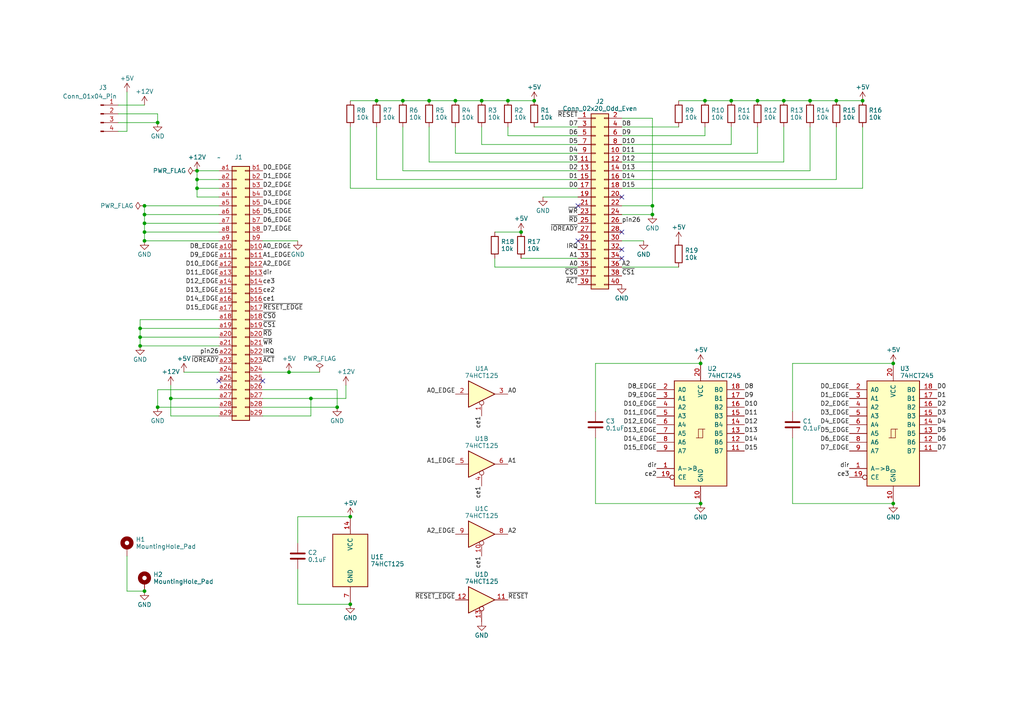
<source format=kicad_sch>
(kicad_sch (version 20230121) (generator eeschema)
  (paper "A4")
  (lib_symbols
    (symbol "74xx:74LS125" (pin_names (offset 1.016))
      (property "Reference" "U" (at 0 1.27 0))
      (property "Value" "74LS125" (at 0 -1.27 0))
      (symbol "74LS125_1_0"
        (polyline (pts (xy -3.81 3.81) (xy -3.81 -3.81) (xy 3.81 0) (xy -3.81 3.81)) (stroke (width 0.254)) (fill (type background)))
        (pin input inverted (at 0 -6.35 90) (length 4.445) (name "~") (number "1"))
        (pin input line (at -7.62 0 0) (length 3.81) (name "~") (number "2"))
        (pin tri_state line (at 7.62 0 180) (length 3.81) (name "~") (number "3"))
      )
      (symbol "74LS125_2_0"
        (polyline (pts (xy -3.81 3.81) (xy -3.81 -3.81) (xy 3.81 0) (xy -3.81 3.81)) (stroke (width 0.254)) (fill (type background)))
        (pin input inverted (at 0 -6.35 90) (length 4.445) (name "~") (number "4"))
        (pin input line (at -7.62 0 0) (length 3.81) (name "~") (number "5"))
        (pin tri_state line (at 7.62 0 180) (length 3.81) (name "~") (number "6"))
      )
      (symbol "74LS125_3_0"
        (polyline (pts (xy -3.81 3.81) (xy -3.81 -3.81) (xy 3.81 0) (xy -3.81 3.81)) (stroke (width 0.254)) (fill (type background)))
        (pin input inverted (at 0 -6.35 90) (length 4.445) (name "~") (number "10"))
        (pin tri_state line (at 7.62 0 180) (length 3.81) (name "~") (number "8"))
        (pin input line (at -7.62 0 0) (length 3.81) (name "~") (number "9"))
      )
      (symbol "74LS125_4_0"
        (polyline (pts (xy -3.81 3.81) (xy -3.81 -3.81) (xy 3.81 0) (xy -3.81 3.81)) (stroke (width 0.254)) (fill (type background)))
        (pin tri_state line (at 7.62 0 180) (length 3.81) (name "~") (number "11"))
        (pin input line (at -7.62 0 0) (length 3.81) (name "~") (number "12"))
        (pin input inverted (at 0 -6.35 90) (length 4.445) (name "~") (number "13"))
      )
      (symbol "74LS125_5_0"
        (pin power_in line (at 0 12.7 270) (length 5.08) (name "VCC") (number "14"))
        (pin power_in line (at 0 -12.7 90) (length 5.08) (name "GND") (number "7"))
      )
      (symbol "74LS125_5_1"
        (rectangle (start -5.08 7.62) (end 5.08 -7.62) (stroke (width 0.254)) (fill (type background)))
      )
    )
    (symbol "74xx:74LS245" (pin_names (offset 1.016))
      (property "Reference" "U" (at -7.62 16.51 0))
      (property "Value" "74LS245" (at -7.62 -16.51 0))
      (symbol "74LS245_1_0"
        (polyline (pts (xy -0.635 -1.27) (xy -0.635 1.27) (xy 0.635 1.27)))
        (polyline (pts (xy -1.27 -1.27) (xy 0.635 -1.27) (xy 0.635 1.27) (xy 1.27 1.27)))
        (pin input line (at -12.7 -10.16 0) (length 5.08) (name "A->B") (number "1"))
        (pin power_in line (at 0 -20.32 90) (length 5.08) (name "GND") (number "10"))
        (pin tri_state line (at 12.7 -5.08 180) (length 5.08) (name "B7") (number "11"))
        (pin tri_state line (at 12.7 -2.54 180) (length 5.08) (name "B6") (number "12"))
        (pin tri_state line (at 12.7 0 180) (length 5.08) (name "B5") (number "13"))
        (pin tri_state line (at 12.7 2.54 180) (length 5.08) (name "B4") (number "14"))
        (pin tri_state line (at 12.7 5.08 180) (length 5.08) (name "B3") (number "15"))
        (pin tri_state line (at 12.7 7.62 180) (length 5.08) (name "B2") (number "16"))
        (pin tri_state line (at 12.7 10.16 180) (length 5.08) (name "B1") (number "17"))
        (pin tri_state line (at 12.7 12.7 180) (length 5.08) (name "B0") (number "18"))
        (pin input inverted (at -12.7 -12.7 0) (length 5.08) (name "CE") (number "19"))
        (pin tri_state line (at -12.7 12.7 0) (length 5.08) (name "A0") (number "2"))
        (pin power_in line (at 0 20.32 270) (length 5.08) (name "VCC") (number "20"))
        (pin tri_state line (at -12.7 10.16 0) (length 5.08) (name "A1") (number "3"))
        (pin tri_state line (at -12.7 7.62 0) (length 5.08) (name "A2") (number "4"))
        (pin tri_state line (at -12.7 5.08 0) (length 5.08) (name "A3") (number "5"))
        (pin tri_state line (at -12.7 2.54 0) (length 5.08) (name "A4") (number "6"))
        (pin tri_state line (at -12.7 0 0) (length 5.08) (name "A5") (number "7"))
        (pin tri_state line (at -12.7 -2.54 0) (length 5.08) (name "A6") (number "8"))
        (pin tri_state line (at -12.7 -5.08 0) (length 5.08) (name "A7") (number "9"))
      )
      (symbol "74LS245_1_1"
        (rectangle (start -7.62 15.24) (end 7.62 -15.24) (stroke (width 0.254)) (fill (type background)))
      )
    )
    (symbol "Connector:Conn_01x04_Pin" (pin_names (offset 1.016) hide)
      (property "Reference" "J" (at 0 5.08 0))
      (property "Value" "Conn_01x04_Pin" (at 0 -7.62 0))
      (symbol "Conn_01x04_Pin_1_1"
        (polyline (pts (xy 1.27 -5.08) (xy 0.8636 -5.08)) (stroke (width 0.1524)))
        (polyline (pts (xy 1.27 -2.54) (xy 0.8636 -2.54)) (stroke (width 0.1524)))
        (polyline (pts (xy 1.27 0) (xy 0.8636 0)) (stroke (width 0.1524)))
        (polyline (pts (xy 1.27 2.54) (xy 0.8636 2.54)) (stroke (width 0.1524)))
        (rectangle (start 0.8636 -4.953) (end 0 -5.207) (stroke (width 0.1524)) (fill (type outline)))
        (rectangle (start 0.8636 -2.413) (end 0 -2.667) (stroke (width 0.1524)) (fill (type outline)))
        (rectangle (start 0.8636 0.127) (end 0 -0.127) (stroke (width 0.1524)) (fill (type outline)))
        (rectangle (start 0.8636 2.667) (end 0 2.413) (stroke (width 0.1524)) (fill (type outline)))
        (pin passive line (at 5.08 2.54 180) (length 3.81) (name "Pin_1") (number "1"))
        (pin passive line (at 5.08 0 180) (length 3.81) (name "Pin_2") (number "2"))
        (pin passive line (at 5.08 -2.54 180) (length 3.81) (name "Pin_3") (number "3"))
        (pin passive line (at 5.08 -5.08 180) (length 3.81) (name "Pin_4") (number "4"))
      )
    )
    (symbol "Connector_Generic:Conn_02x20_Odd_Even" (pin_names (offset 1.016) hide)
      (property "Reference" "J" (at 1.27 25.4 0))
      (property "Value" "Conn_02x20_Odd_Even" (at 1.27 -27.94 0))
      (symbol "Conn_02x20_Odd_Even_1_1"
        (rectangle (start -1.27 -25.273) (end 0 -25.527) (stroke (width 0.1524)))
        (rectangle (start -1.27 -22.733) (end 0 -22.987) (stroke (width 0.1524)))
        (rectangle (start -1.27 -20.193) (end 0 -20.447) (stroke (width 0.1524)))
        (rectangle (start -1.27 -17.653) (end 0 -17.907) (stroke (width 0.1524)))
        (rectangle (start -1.27 -15.113) (end 0 -15.367) (stroke (width 0.1524)))
        (rectangle (start -1.27 -12.573) (end 0 -12.827) (stroke (width 0.1524)))
        (rectangle (start -1.27 -10.033) (end 0 -10.287) (stroke (width 0.1524)))
        (rectangle (start -1.27 -7.493) (end 0 -7.747) (stroke (width 0.1524)))
        (rectangle (start -1.27 -4.953) (end 0 -5.207) (stroke (width 0.1524)))
        (rectangle (start -1.27 -2.413) (end 0 -2.667) (stroke (width 0.1524)))
        (rectangle (start -1.27 0.127) (end 0 -0.127) (stroke (width 0.1524)))
        (rectangle (start -1.27 2.667) (end 0 2.413) (stroke (width 0.1524)))
        (rectangle (start -1.27 5.207) (end 0 4.953) (stroke (width 0.1524)))
        (rectangle (start -1.27 7.747) (end 0 7.493) (stroke (width 0.1524)))
        (rectangle (start -1.27 10.287) (end 0 10.033) (stroke (width 0.1524)))
        (rectangle (start -1.27 12.827) (end 0 12.573) (stroke (width 0.1524)))
        (rectangle (start -1.27 15.367) (end 0 15.113) (stroke (width 0.1524)))
        (rectangle (start -1.27 17.907) (end 0 17.653) (stroke (width 0.1524)))
        (rectangle (start -1.27 20.447) (end 0 20.193) (stroke (width 0.1524)))
        (rectangle (start -1.27 22.987) (end 0 22.733) (stroke (width 0.1524)))
        (rectangle (start -1.27 24.13) (end 3.81 -26.67) (stroke (width 0.254)) (fill (type background)))
        (rectangle (start 3.81 -25.273) (end 2.54 -25.527) (stroke (width 0.1524)))
        (rectangle (start 3.81 -22.733) (end 2.54 -22.987) (stroke (width 0.1524)))
        (rectangle (start 3.81 -20.193) (end 2.54 -20.447) (stroke (width 0.1524)))
        (rectangle (start 3.81 -17.653) (end 2.54 -17.907) (stroke (width 0.1524)))
        (rectangle (start 3.81 -15.113) (end 2.54 -15.367) (stroke (width 0.1524)))
        (rectangle (start 3.81 -12.573) (end 2.54 -12.827) (stroke (width 0.1524)))
        (rectangle (start 3.81 -10.033) (end 2.54 -10.287) (stroke (width 0.1524)))
        (rectangle (start 3.81 -7.493) (end 2.54 -7.747) (stroke (width 0.1524)))
        (rectangle (start 3.81 -4.953) (end 2.54 -5.207) (stroke (width 0.1524)))
        (rectangle (start 3.81 -2.413) (end 2.54 -2.667) (stroke (width 0.1524)))
        (rectangle (start 3.81 0.127) (end 2.54 -0.127) (stroke (width 0.1524)))
        (rectangle (start 3.81 2.667) (end 2.54 2.413) (stroke (width 0.1524)))
        (rectangle (start 3.81 5.207) (end 2.54 4.953) (stroke (width 0.1524)))
        (rectangle (start 3.81 7.747) (end 2.54 7.493) (stroke (width 0.1524)))
        (rectangle (start 3.81 10.287) (end 2.54 10.033) (stroke (width 0.1524)))
        (rectangle (start 3.81 12.827) (end 2.54 12.573) (stroke (width 0.1524)))
        (rectangle (start 3.81 15.367) (end 2.54 15.113) (stroke (width 0.1524)))
        (rectangle (start 3.81 17.907) (end 2.54 17.653) (stroke (width 0.1524)))
        (rectangle (start 3.81 20.447) (end 2.54 20.193) (stroke (width 0.1524)))
        (rectangle (start 3.81 22.987) (end 2.54 22.733) (stroke (width 0.1524)))
        (pin passive line (at -5.08 22.86 0) (length 3.81) (name "Pin_1") (number "1"))
        (pin passive line (at 7.62 12.7 180) (length 3.81) (name "Pin_10") (number "10"))
        (pin passive line (at -5.08 10.16 0) (length 3.81) (name "Pin_11") (number "11"))
        (pin passive line (at 7.62 10.16 180) (length 3.81) (name "Pin_12") (number "12"))
        (pin passive line (at -5.08 7.62 0) (length 3.81) (name "Pin_13") (number "13"))
        (pin passive line (at 7.62 7.62 180) (length 3.81) (name "Pin_14") (number "14"))
        (pin passive line (at -5.08 5.08 0) (length 3.81) (name "Pin_15") (number "15"))
        (pin passive line (at 7.62 5.08 180) (length 3.81) (name "Pin_16") (number "16"))
        (pin passive line (at -5.08 2.54 0) (length 3.81) (name "Pin_17") (number "17"))
        (pin passive line (at 7.62 2.54 180) (length 3.81) (name "Pin_18") (number "18"))
        (pin passive line (at -5.08 0 0) (length 3.81) (name "Pin_19") (number "19"))
        (pin passive line (at 7.62 22.86 180) (length 3.81) (name "Pin_2") (number "2"))
        (pin passive line (at 7.62 0 180) (length 3.81) (name "Pin_20") (number "20"))
        (pin passive line (at -5.08 -2.54 0) (length 3.81) (name "Pin_21") (number "21"))
        (pin passive line (at 7.62 -2.54 180) (length 3.81) (name "Pin_22") (number "22"))
        (pin passive line (at -5.08 -5.08 0) (length 3.81) (name "Pin_23") (number "23"))
        (pin passive line (at 7.62 -5.08 180) (length 3.81) (name "Pin_24") (number "24"))
        (pin passive line (at -5.08 -7.62 0) (length 3.81) (name "Pin_25") (number "25"))
        (pin passive line (at 7.62 -7.62 180) (length 3.81) (name "Pin_26") (number "26"))
        (pin passive line (at -5.08 -10.16 0) (length 3.81) (name "Pin_27") (number "27"))
        (pin passive line (at 7.62 -10.16 180) (length 3.81) (name "Pin_28") (number "28"))
        (pin passive line (at -5.08 -12.7 0) (length 3.81) (name "Pin_29") (number "29"))
        (pin passive line (at -5.08 20.32 0) (length 3.81) (name "Pin_3") (number "3"))
        (pin passive line (at 7.62 -12.7 180) (length 3.81) (name "Pin_30") (number "30"))
        (pin passive line (at -5.08 -15.24 0) (length 3.81) (name "Pin_31") (number "31"))
        (pin passive line (at 7.62 -15.24 180) (length 3.81) (name "Pin_32") (number "32"))
        (pin passive line (at -5.08 -17.78 0) (length 3.81) (name "Pin_33") (number "33"))
        (pin passive line (at 7.62 -17.78 180) (length 3.81) (name "Pin_34") (number "34"))
        (pin passive line (at -5.08 -20.32 0) (length 3.81) (name "Pin_35") (number "35"))
        (pin passive line (at 7.62 -20.32 180) (length 3.81) (name "Pin_36") (number "36"))
        (pin passive line (at -5.08 -22.86 0) (length 3.81) (name "Pin_37") (number "37"))
        (pin passive line (at 7.62 -22.86 180) (length 3.81) (name "Pin_38") (number "38"))
        (pin passive line (at -5.08 -25.4 0) (length 3.81) (name "Pin_39") (number "39"))
        (pin passive line (at 7.62 20.32 180) (length 3.81) (name "Pin_4") (number "4"))
        (pin passive line (at 7.62 -25.4 180) (length 3.81) (name "Pin_40") (number "40"))
        (pin passive line (at -5.08 17.78 0) (length 3.81) (name "Pin_5") (number "5"))
        (pin passive line (at 7.62 17.78 180) (length 3.81) (name "Pin_6") (number "6"))
        (pin passive line (at -5.08 15.24 0) (length 3.81) (name "Pin_7") (number "7"))
        (pin passive line (at 7.62 15.24 180) (length 3.81) (name "Pin_8") (number "8"))
        (pin passive line (at -5.08 12.7 0) (length 3.81) (name "Pin_9") (number "9"))
      )
    )
    (symbol "Connector_Generic:Conn_02x29_Row_Letter_First" (pin_names (offset 1.016) hide)
      (property "Reference" "J" (at 1.27 38.1 0))
      (property "Value" "Conn_02x29_Row_Letter_First" (at 1.27 -38.1 0))
      (symbol "Conn_02x29_Row_Letter_First_1_1"
        (rectangle (start -1.27 -35.433) (end 0 -35.687) (stroke (width 0.1524)))
        (rectangle (start -1.27 -32.893) (end 0 -33.147) (stroke (width 0.1524)))
        (rectangle (start -1.27 -30.353) (end 0 -30.607) (stroke (width 0.1524)))
        (rectangle (start -1.27 -27.813) (end 0 -28.067) (stroke (width 0.1524)))
        (rectangle (start -1.27 -25.273) (end 0 -25.527) (stroke (width 0.1524)))
        (rectangle (start -1.27 -22.733) (end 0 -22.987) (stroke (width 0.1524)))
        (rectangle (start -1.27 -20.193) (end 0 -20.447) (stroke (width 0.1524)))
        (rectangle (start -1.27 -17.653) (end 0 -17.907) (stroke (width 0.1524)))
        (rectangle (start -1.27 -15.113) (end 0 -15.367) (stroke (width 0.1524)))
        (rectangle (start -1.27 -12.573) (end 0 -12.827) (stroke (width 0.1524)))
        (rectangle (start -1.27 -10.033) (end 0 -10.287) (stroke (width 0.1524)))
        (rectangle (start -1.27 -7.493) (end 0 -7.747) (stroke (width 0.1524)))
        (rectangle (start -1.27 -4.953) (end 0 -5.207) (stroke (width 0.1524)))
        (rectangle (start -1.27 -2.413) (end 0 -2.667) (stroke (width 0.1524)))
        (rectangle (start -1.27 0.127) (end 0 -0.127) (stroke (width 0.1524)))
        (rectangle (start -1.27 2.667) (end 0 2.413) (stroke (width 0.1524)))
        (rectangle (start -1.27 5.207) (end 0 4.953) (stroke (width 0.1524)))
        (rectangle (start -1.27 7.747) (end 0 7.493) (stroke (width 0.1524)))
        (rectangle (start -1.27 10.287) (end 0 10.033) (stroke (width 0.1524)))
        (rectangle (start -1.27 12.827) (end 0 12.573) (stroke (width 0.1524)))
        (rectangle (start -1.27 15.367) (end 0 15.113) (stroke (width 0.1524)))
        (rectangle (start -1.27 17.907) (end 0 17.653) (stroke (width 0.1524)))
        (rectangle (start -1.27 20.447) (end 0 20.193) (stroke (width 0.1524)))
        (rectangle (start -1.27 22.987) (end 0 22.733) (stroke (width 0.1524)))
        (rectangle (start -1.27 25.527) (end 0 25.273) (stroke (width 0.1524)))
        (rectangle (start -1.27 28.067) (end 0 27.813) (stroke (width 0.1524)))
        (rectangle (start -1.27 30.607) (end 0 30.353) (stroke (width 0.1524)))
        (rectangle (start -1.27 33.147) (end 0 32.893) (stroke (width 0.1524)))
        (rectangle (start -1.27 35.687) (end 0 35.433) (stroke (width 0.1524)))
        (rectangle (start -1.27 36.83) (end 3.81 -36.83) (stroke (width 0.254)) (fill (type background)))
        (rectangle (start 3.81 -35.433) (end 2.54 -35.687) (stroke (width 0.1524)))
        (rectangle (start 3.81 -32.893) (end 2.54 -33.147) (stroke (width 0.1524)))
        (rectangle (start 3.81 -30.353) (end 2.54 -30.607) (stroke (width 0.1524)))
        (rectangle (start 3.81 -27.813) (end 2.54 -28.067) (stroke (width 0.1524)))
        (rectangle (start 3.81 -25.273) (end 2.54 -25.527) (stroke (width 0.1524)))
        (rectangle (start 3.81 -22.733) (end 2.54 -22.987) (stroke (width 0.1524)))
        (rectangle (start 3.81 -20.193) (end 2.54 -20.447) (stroke (width 0.1524)))
        (rectangle (start 3.81 -17.653) (end 2.54 -17.907) (stroke (width 0.1524)))
        (rectangle (start 3.81 -15.113) (end 2.54 -15.367) (stroke (width 0.1524)))
        (rectangle (start 3.81 -12.573) (end 2.54 -12.827) (stroke (width 0.1524)))
        (rectangle (start 3.81 -10.033) (end 2.54 -10.287) (stroke (width 0.1524)))
        (rectangle (start 3.81 -7.493) (end 2.54 -7.747) (stroke (width 0.1524)))
        (rectangle (start 3.81 -4.953) (end 2.54 -5.207) (stroke (width 0.1524)))
        (rectangle (start 3.81 -2.413) (end 2.54 -2.667) (stroke (width 0.1524)))
        (rectangle (start 3.81 0.127) (end 2.54 -0.127) (stroke (width 0.1524)))
        (rectangle (start 3.81 2.667) (end 2.54 2.413) (stroke (width 0.1524)))
        (rectangle (start 3.81 5.207) (end 2.54 4.953) (stroke (width 0.1524)))
        (rectangle (start 3.81 7.747) (end 2.54 7.493) (stroke (width 0.1524)))
        (rectangle (start 3.81 10.287) (end 2.54 10.033) (stroke (width 0.1524)))
        (rectangle (start 3.81 12.827) (end 2.54 12.573) (stroke (width 0.1524)))
        (rectangle (start 3.81 15.367) (end 2.54 15.113) (stroke (width 0.1524)))
        (rectangle (start 3.81 17.907) (end 2.54 17.653) (stroke (width 0.1524)))
        (rectangle (start 3.81 20.447) (end 2.54 20.193) (stroke (width 0.1524)))
        (rectangle (start 3.81 22.987) (end 2.54 22.733) (stroke (width 0.1524)))
        (rectangle (start 3.81 25.527) (end 2.54 25.273) (stroke (width 0.1524)))
        (rectangle (start 3.81 28.067) (end 2.54 27.813) (stroke (width 0.1524)))
        (rectangle (start 3.81 30.607) (end 2.54 30.353) (stroke (width 0.1524)))
        (rectangle (start 3.81 33.147) (end 2.54 32.893) (stroke (width 0.1524)))
        (rectangle (start 3.81 35.687) (end 2.54 35.433) (stroke (width 0.1524)))
        (pin passive line (at -5.08 35.56 0) (length 3.81) (name "Pin_a1") (number "a1"))
        (pin passive line (at -5.08 12.7 0) (length 3.81) (name "Pin_a10") (number "a10"))
        (pin passive line (at -5.08 10.16 0) (length 3.81) (name "Pin_a11") (number "a11"))
        (pin passive line (at -5.08 7.62 0) (length 3.81) (name "Pin_a12") (number "a12"))
        (pin passive line (at -5.08 5.08 0) (length 3.81) (name "Pin_a13") (number "a13"))
        (pin passive line (at -5.08 2.54 0) (length 3.81) (name "Pin_a14") (number "a14"))
        (pin passive line (at -5.08 0 0) (length 3.81) (name "Pin_a15") (number "a15"))
        (pin passive line (at -5.08 -2.54 0) (length 3.81) (name "Pin_a16") (number "a16"))
        (pin passive line (at -5.08 -5.08 0) (length 3.81) (name "Pin_a17") (number "a17"))
        (pin passive line (at -5.08 -7.62 0) (length 3.81) (name "Pin_a18") (number "a18"))
        (pin passive line (at -5.08 -10.16 0) (length 3.81) (name "Pin_a19") (number "a19"))
        (pin passive line (at -5.08 33.02 0) (length 3.81) (name "Pin_a2") (number "a2"))
        (pin passive line (at -5.08 -12.7 0) (length 3.81) (name "Pin_a20") (number "a20"))
        (pin passive line (at -5.08 -15.24 0) (length 3.81) (name "Pin_a21") (number "a21"))
        (pin passive line (at -5.08 -17.78 0) (length 3.81) (name "Pin_a22") (number "a22"))
        (pin passive line (at -5.08 -20.32 0) (length 3.81) (name "Pin_a23") (number "a23"))
        (pin passive line (at -5.08 -22.86 0) (length 3.81) (name "Pin_a24") (number "a24"))
        (pin passive line (at -5.08 -25.4 0) (length 3.81) (name "Pin_a25") (number "a25"))
        (pin passive line (at -5.08 -27.94 0) (length 3.81) (name "Pin_a26") (number "a26"))
        (pin passive line (at -5.08 -30.48 0) (length 3.81) (name "Pin_a27") (number "a27"))
        (pin passive line (at -5.08 -33.02 0) (length 3.81) (name "Pin_a28") (number "a28"))
        (pin passive line (at -5.08 -35.56 0) (length 3.81) (name "Pin_a29") (number "a29"))
        (pin passive line (at -5.08 30.48 0) (length 3.81) (name "Pin_a3") (number "a3"))
        (pin passive line (at -5.08 27.94 0) (length 3.81) (name "Pin_a4") (number "a4"))
        (pin passive line (at -5.08 25.4 0) (length 3.81) (name "Pin_a5") (number "a5"))
        (pin passive line (at -5.08 22.86 0) (length 3.81) (name "Pin_a6") (number "a6"))
        (pin passive line (at -5.08 20.32 0) (length 3.81) (name "Pin_a7") (number "a7"))
        (pin passive line (at -5.08 17.78 0) (length 3.81) (name "Pin_a8") (number "a8"))
        (pin passive line (at -5.08 15.24 0) (length 3.81) (name "Pin_a9") (number "a9"))
        (pin passive line (at 7.62 35.56 180) (length 3.81) (name "Pin_b1") (number "b1"))
        (pin passive line (at 7.62 12.7 180) (length 3.81) (name "Pin_b10") (number "b10"))
        (pin passive line (at 7.62 10.16 180) (length 3.81) (name "Pin_b11") (number "b11"))
        (pin passive line (at 7.62 7.62 180) (length 3.81) (name "Pin_b12") (number "b12"))
        (pin passive line (at 7.62 5.08 180) (length 3.81) (name "Pin_b13") (number "b13"))
        (pin passive line (at 7.62 2.54 180) (length 3.81) (name "Pin_b14") (number "b14"))
        (pin passive line (at 7.62 0 180) (length 3.81) (name "Pin_b15") (number "b15"))
        (pin passive line (at 7.62 -2.54 180) (length 3.81) (name "Pin_b16") (number "b16"))
        (pin passive line (at 7.62 -5.08 180) (length 3.81) (name "Pin_b17") (number "b17"))
        (pin passive line (at 7.62 -7.62 180) (length 3.81) (name "Pin_b18") (number "b18"))
        (pin passive line (at 7.62 -10.16 180) (length 3.81) (name "Pin_b19") (number "b19"))
        (pin passive line (at 7.62 33.02 180) (length 3.81) (name "Pin_b2") (number "b2"))
        (pin passive line (at 7.62 -12.7 180) (length 3.81) (name "Pin_b20") (number "b20"))
        (pin passive line (at 7.62 -15.24 180) (length 3.81) (name "Pin_b21") (number "b21"))
        (pin passive line (at 7.62 -17.78 180) (length 3.81) (name "Pin_b22") (number "b22"))
        (pin passive line (at 7.62 -20.32 180) (length 3.81) (name "Pin_b23") (number "b23"))
        (pin passive line (at 7.62 -22.86 180) (length 3.81) (name "Pin_b24") (number "b24"))
        (pin passive line (at 7.62 -25.4 180) (length 3.81) (name "Pin_b25") (number "b25"))
        (pin passive line (at 7.62 -27.94 180) (length 3.81) (name "Pin_b26") (number "b26"))
        (pin passive line (at 7.62 -30.48 180) (length 3.81) (name "Pin_b27") (number "b27"))
        (pin passive line (at 7.62 -33.02 180) (length 3.81) (name "Pin_b28") (number "b28"))
        (pin passive line (at 7.62 -35.56 180) (length 3.81) (name "Pin_b29") (number "b29"))
        (pin passive line (at 7.62 30.48 180) (length 3.81) (name "Pin_b3") (number "b3"))
        (pin passive line (at 7.62 27.94 180) (length 3.81) (name "Pin_b4") (number "b4"))
        (pin passive line (at 7.62 25.4 180) (length 3.81) (name "Pin_b5") (number "b5"))
        (pin passive line (at 7.62 22.86 180) (length 3.81) (name "Pin_b6") (number "b6"))
        (pin passive line (at 7.62 20.32 180) (length 3.81) (name "Pin_b7") (number "b7"))
        (pin passive line (at 7.62 17.78 180) (length 3.81) (name "Pin_b8") (number "b8"))
        (pin passive line (at 7.62 15.24 180) (length 3.81) (name "Pin_b9") (number "b9"))
      )
    )
    (symbol "Device:C" (pin_numbers hide) (pin_names (offset 0.254))
      (property "Reference" "C" (at 0.635 2.54 0))
      (property "Value" "C" (at 0.635 -2.54 0))
      (symbol "C_0_1"
        (polyline (pts (xy -2.032 -0.762) (xy 2.032 -0.762)) (stroke (width 0.508)))
        (polyline (pts (xy -2.032 0.762) (xy 2.032 0.762)) (stroke (width 0.508)))
      )
      (symbol "C_1_1"
        (pin passive line (at 0 3.81 270) (length 2.794) (name "~") (number "1"))
        (pin passive line (at 0 -3.81 90) (length 2.794) (name "~") (number "2"))
      )
    )
    (symbol "Device:R" (pin_numbers hide) (pin_names (offset 0))
      (property "Reference" "R" (at 2.032 0 90))
      (property "Value" "R" (at 0 0 90))
      (symbol "R_0_1"
        (rectangle (start -1.016 -2.54) (end 1.016 2.54) (stroke (width 0.254)))
      )
      (symbol "R_1_1"
        (pin passive line (at 0 3.81 270) (length 1.27) (name "~") (number "1"))
        (pin passive line (at 0 -3.81 90) (length 1.27) (name "~") (number "2"))
      )
    )
    (symbol "Mechanical:MountingHole_Pad" (pin_numbers hide) (pin_names (offset 1.016) hide)
      (property "Reference" "H" (at 0 6.35 0))
      (property "Value" "MountingHole_Pad" (at 0 4.445 0))
      (symbol "MountingHole_Pad_0_1"
        (circle (center 0 1.27) (radius 1.27) (stroke (width 1.27)))
      )
      (symbol "MountingHole_Pad_1_1"
        (pin input line (at 0 -2.54 90) (length 2.54) (name "1") (number "1"))
      )
    )
    (symbol "power:+12V" (power) (pin_names (offset 0))
      (property "Value" "+12V" (at 0 3.556 0))
      (symbol "+12V_0_1"
        (polyline (pts (xy -0.762 1.27) (xy 0 2.54)))
        (polyline (pts (xy 0 0) (xy 0 2.54)))
        (polyline (pts (xy 0 2.54) (xy 0.762 1.27)))
      )
      (symbol "+12V_1_1"
        (pin power_in line (at 0 0 90) (length 0) hide (name "+12V") (number "1"))
      )
    )
    (symbol "power:+5V" (power) (pin_names (offset 0))
      (property "Value" "+5V" (at 0 3.556 0))
      (symbol "+5V_0_1"
        (polyline (pts (xy -0.762 1.27) (xy 0 2.54)))
        (polyline (pts (xy 0 0) (xy 0 2.54)))
        (polyline (pts (xy 0 2.54) (xy 0.762 1.27)))
      )
      (symbol "+5V_1_1"
        (pin power_in line (at 0 0 90) (length 0) hide (name "+5V") (number "1"))
      )
    )
    (symbol "power:GND" (power) (pin_names (offset 0))
      (property "Value" "GND" (at 0 -3.81 0))
      (symbol "GND_0_1"
        (polyline (pts (xy 0 0) (xy 0 -1.27) (xy 1.27 -1.27) (xy 0 -2.54) (xy -1.27 -1.27) (xy 0 -1.27)))
      )
      (symbol "GND_1_1"
        (pin power_in line (at 0 0 270) (length 0) hide (name "GND") (number "1"))
      )
    )
    (symbol "power:PWR_FLAG" (power) (pin_numbers hide) (pin_names (offset 0) hide)
      (property "Value" "PWR_FLAG" (at 0 3.81 0))
      (symbol "PWR_FLAG_0_0"
        (pin power_out line (at 0 0 90) (length 0) (name "pwr") (number "1"))
      )
      (symbol "PWR_FLAG_0_1"
        (polyline (pts (xy 0 0) (xy 0 1.27) (xy -1.016 1.905) (xy 0 2.54) (xy 1.016 1.905) (xy 0 1.27)))
      )
    )
  )
  (junction (at 154.94 29.21))
  (junction (at 116.84 29.21))
  (junction (at 57.15 54.61))
  (junction (at 151.13 67.31))
  (junction (at 97.79 118.11))
  (junction (at 132.08 29.21))
  (junction (at 41.91 62.23))
  (junction (at 49.53 115.57))
  (junction (at 124.46 29.21))
  (junction (at 147.32 29.21))
  (junction (at 139.7 29.21))
  (junction (at 259.08 105.41))
  (junction (at 189.23 62.23))
  (junction (at 204.47 29.21))
  (junction (at 57.15 49.53))
  (junction (at 83.82 107.95))
  (junction (at 40.64 97.79))
  (junction (at 41.91 69.85))
  (junction (at 203.2 105.41))
  (junction (at 101.6 175.26))
  (junction (at 203.2 146.05))
  (junction (at 45.72 35.56))
  (junction (at 227.33 29.21))
  (junction (at 219.71 29.21))
  (junction (at 212.09 29.21))
  (junction (at 250.19 29.21))
  (junction (at 234.95 29.21))
  (junction (at 41.91 64.77))
  (junction (at 41.91 59.69))
  (junction (at 189.23 59.69))
  (junction (at 90.17 115.57))
  (junction (at 101.6 149.86))
  (junction (at 242.57 29.21))
  (junction (at 40.64 95.25))
  (junction (at 259.08 146.05))
  (junction (at 57.15 52.07))
  (junction (at 40.64 100.33))
  (junction (at 41.91 171.45))
  (junction (at 109.22 29.21))
  (junction (at 41.91 67.31))
  (junction (at 45.72 118.11))
  (no_connect (at 63.5 110.49))
  (no_connect (at 76.2 110.49))
  (no_connect (at 167.64 69.85))
  (no_connect (at 180.34 67.31))
  (no_connect (at 180.34 74.93))
  (no_connect (at 167.64 59.69))
  (no_connect (at 180.34 72.39))
  (no_connect (at 180.34 57.15))
  (wire (pts (xy 45.72 113.03) (xy 45.72 118.11)))
  (wire (pts (xy 189.23 59.69) (xy 189.23 62.23)))
  (wire (pts (xy 167.64 46.99) (xy 124.46 46.99)))
  (wire (pts (xy 180.34 69.85) (xy 186.69 69.85)))
  (wire (pts (xy 180.34 46.99) (xy 227.33 46.99)))
  (wire (pts (xy 90.17 115.57) (xy 90.17 120.65)))
  (wire (pts (xy 180.34 44.45) (xy 219.71 44.45)))
  (wire (pts (xy 63.5 67.31) (xy 41.91 67.31)))
  (wire (pts (xy 116.84 29.21) (xy 124.46 29.21)))
  (wire (pts (xy 180.34 77.47) (xy 196.85 77.47)))
  (wire (pts (xy 234.95 29.21) (xy 242.57 29.21)))
  (wire (pts (xy 132.08 29.21) (xy 139.7 29.21)))
  (wire (pts (xy 180.34 54.61) (xy 250.19 54.61)))
  (wire (pts (xy 40.64 95.25) (xy 63.5 95.25)))
  (wire (pts (xy 49.53 115.57) (xy 63.5 115.57)))
  (wire (pts (xy 101.6 149.86) (xy 86.36 149.86)))
  (wire (pts (xy 101.6 54.61) (xy 101.6 36.83)))
  (wire (pts (xy 53.34 107.95) (xy 63.5 107.95)))
  (wire (pts (xy 116.84 49.53) (xy 116.84 36.83)))
  (wire (pts (xy 97.79 113.03) (xy 97.79 118.11)))
  (wire (pts (xy 34.29 33.02) (xy 45.72 33.02)))
  (wire (pts (xy 157.48 57.15) (xy 167.64 57.15)))
  (wire (pts (xy 242.57 52.07) (xy 242.57 36.83)))
  (wire (pts (xy 204.47 39.37) (xy 204.47 36.83)))
  (wire (pts (xy 212.09 41.91) (xy 212.09 36.83)))
  (wire (pts (xy 86.36 149.86) (xy 86.36 157.48)))
  (wire (pts (xy 172.72 127) (xy 172.72 146.05)))
  (wire (pts (xy 196.85 29.21) (xy 204.47 29.21)))
  (wire (pts (xy 63.5 57.15) (xy 57.15 57.15)))
  (wire (pts (xy 63.5 92.71) (xy 40.64 92.71)))
  (wire (pts (xy 143.51 77.47) (xy 167.64 77.47)))
  (wire (pts (xy 124.46 29.21) (xy 132.08 29.21)))
  (wire (pts (xy 63.5 113.03) (xy 45.72 113.03)))
  (wire (pts (xy 212.09 29.21) (xy 219.71 29.21)))
  (wire (pts (xy 63.5 62.23) (xy 41.91 62.23)))
  (wire (pts (xy 34.29 35.56) (xy 45.72 35.56)))
  (wire (pts (xy 40.64 92.71) (xy 40.64 95.25)))
  (wire (pts (xy 154.94 36.83) (xy 167.64 36.83)))
  (wire (pts (xy 63.5 97.79) (xy 40.64 97.79)))
  (wire (pts (xy 36.83 26.67) (xy 36.83 38.1)))
  (wire (pts (xy 227.33 46.99) (xy 227.33 36.83)))
  (wire (pts (xy 139.7 41.91) (xy 139.7 36.83)))
  (wire (pts (xy 41.91 69.85) (xy 63.5 69.85)))
  (wire (pts (xy 227.33 29.21) (xy 234.95 29.21)))
  (wire (pts (xy 63.5 100.33) (xy 40.64 100.33)))
  (wire (pts (xy 189.23 34.29) (xy 189.23 59.69)))
  (wire (pts (xy 83.82 107.95) (xy 92.71 107.95)))
  (wire (pts (xy 41.91 62.23) (xy 41.91 64.77)))
  (wire (pts (xy 41.91 171.45) (xy 36.83 171.45)))
  (wire (pts (xy 41.91 59.69) (xy 41.91 62.23)))
  (wire (pts (xy 41.91 67.31) (xy 41.91 69.85)))
  (wire (pts (xy 229.87 105.41) (xy 259.08 105.41)))
  (wire (pts (xy 101.6 175.26) (xy 86.36 175.26)))
  (wire (pts (xy 143.51 67.31) (xy 151.13 67.31)))
  (wire (pts (xy 180.34 49.53) (xy 234.95 49.53)))
  (wire (pts (xy 40.64 100.33) (xy 40.64 97.79)))
  (wire (pts (xy 147.32 29.21) (xy 154.94 29.21)))
  (wire (pts (xy 41.91 64.77) (xy 41.91 67.31)))
  (wire (pts (xy 234.95 49.53) (xy 234.95 36.83)))
  (wire (pts (xy 49.53 120.65) (xy 49.53 115.57)))
  (wire (pts (xy 167.64 41.91) (xy 139.7 41.91)))
  (wire (pts (xy 132.08 44.45) (xy 167.64 44.45)))
  (wire (pts (xy 242.57 29.21) (xy 250.19 29.21)))
  (wire (pts (xy 204.47 29.21) (xy 212.09 29.21)))
  (wire (pts (xy 57.15 54.61) (xy 57.15 52.07)))
  (wire (pts (xy 167.64 52.07) (xy 109.22 52.07)))
  (wire (pts (xy 109.22 29.21) (xy 116.84 29.21)))
  (wire (pts (xy 90.17 115.57) (xy 76.2 115.57)))
  (wire (pts (xy 34.29 30.48) (xy 41.91 30.48)))
  (wire (pts (xy 40.64 95.25) (xy 40.64 97.79)))
  (wire (pts (xy 229.87 127) (xy 229.87 146.05)))
  (wire (pts (xy 36.83 38.1) (xy 34.29 38.1)))
  (wire (pts (xy 57.15 49.53) (xy 63.5 49.53)))
  (wire (pts (xy 219.71 44.45) (xy 219.71 36.83)))
  (wire (pts (xy 167.64 39.37) (xy 147.32 39.37)))
  (wire (pts (xy 63.5 54.61) (xy 57.15 54.61)))
  (wire (pts (xy 167.64 54.61) (xy 101.6 54.61)))
  (wire (pts (xy 45.72 33.02) (xy 45.72 35.56)))
  (wire (pts (xy 151.13 74.93) (xy 167.64 74.93)))
  (wire (pts (xy 180.34 62.23) (xy 189.23 62.23)))
  (wire (pts (xy 76.2 113.03) (xy 97.79 113.03)))
  (wire (pts (xy 180.34 59.69) (xy 189.23 59.69)))
  (wire (pts (xy 219.71 29.21) (xy 227.33 29.21)))
  (wire (pts (xy 172.72 105.41) (xy 203.2 105.41)))
  (wire (pts (xy 100.33 111.76) (xy 100.33 115.57)))
  (wire (pts (xy 86.36 175.26) (xy 86.36 165.1)))
  (wire (pts (xy 49.53 111.76) (xy 49.53 115.57)))
  (wire (pts (xy 172.72 146.05) (xy 203.2 146.05)))
  (wire (pts (xy 229.87 119.38) (xy 229.87 105.41)))
  (wire (pts (xy 45.72 118.11) (xy 63.5 118.11)))
  (wire (pts (xy 139.7 29.21) (xy 147.32 29.21)))
  (wire (pts (xy 147.32 39.37) (xy 147.32 36.83)))
  (wire (pts (xy 143.51 74.93) (xy 143.51 77.47)))
  (wire (pts (xy 167.64 49.53) (xy 116.84 49.53)))
  (wire (pts (xy 250.19 54.61) (xy 250.19 36.83)))
  (wire (pts (xy 100.33 115.57) (xy 90.17 115.57)))
  (wire (pts (xy 57.15 57.15) (xy 57.15 54.61)))
  (wire (pts (xy 180.34 41.91) (xy 212.09 41.91)))
  (wire (pts (xy 180.34 52.07) (xy 242.57 52.07)))
  (wire (pts (xy 63.5 64.77) (xy 41.91 64.77)))
  (wire (pts (xy 57.15 52.07) (xy 57.15 49.53)))
  (wire (pts (xy 172.72 119.38) (xy 172.72 105.41)))
  (wire (pts (xy 180.34 36.83) (xy 196.85 36.83)))
  (wire (pts (xy 36.83 171.45) (xy 36.83 161.29)))
  (wire (pts (xy 229.87 146.05) (xy 259.08 146.05)))
  (wire (pts (xy 180.34 39.37) (xy 204.47 39.37)))
  (wire (pts (xy 132.08 36.83) (xy 132.08 44.45)))
  (wire (pts (xy 76.2 69.85) (xy 86.36 69.85)))
  (wire (pts (xy 90.17 120.65) (xy 76.2 120.65)))
  (wire (pts (xy 76.2 107.95) (xy 83.82 107.95)))
  (wire (pts (xy 101.6 29.21) (xy 109.22 29.21)))
  (wire (pts (xy 63.5 59.69) (xy 41.91 59.69)))
  (wire (pts (xy 63.5 52.07) (xy 57.15 52.07)))
  (wire (pts (xy 76.2 118.11) (xy 97.79 118.11)))
  (wire (pts (xy 124.46 46.99) (xy 124.46 36.83)))
  (wire (pts (xy 63.5 120.65) (xy 49.53 120.65)))
  (wire (pts (xy 109.22 52.07) (xy 109.22 36.83)))
  (wire (pts (xy 189.23 34.29) (xy 180.34 34.29)))
  (label "pin26" (at 63.5 102.87 180))
  (label "dir" (at 76.2 80.01 0))
  (label "D5" (at 167.64 41.91 180))
  (label "~{RD}" (at 76.2 97.79 0))
  (label "~{ACT}" (at 167.64 82.55 180))
  (label "D9" (at 180.34 39.37 0))
  (label "pin26" (at 180.34 64.77 0))
  (label "IRQ" (at 167.64 72.39 180))
  (label "A1" (at 147.32 134.62 0))
  (label "D2" (at 167.64 49.53 180))
  (label "D9_EDGE" (at 63.5 74.93 180))
  (label "D14" (at 215.9 128.27 0))
  (label "~{WR}" (at 76.2 100.33 0))
  (label "D1" (at 271.78 115.57 0))
  (label "A2" (at 180.34 77.47 0))
  (label "D9" (at 215.9 115.57 0))
  (label "D8_EDGE" (at 190.5 113.03 180))
  (label "D11_EDGE" (at 190.5 120.65 180))
  (label "dir" (at 190.5 135.89 180))
  (label "D14" (at 180.34 52.07 0))
  (label "D5_EDGE" (at 246.38 125.73 180))
  (label "D13" (at 215.9 125.73 0))
  (label "D3_EDGE" (at 246.38 120.65 180))
  (label "D13_EDGE" (at 190.5 125.73 180))
  (label "A0_EDGE" (at 132.08 114.3 180))
  (label "D10_EDGE" (at 63.5 77.47 180))
  (label "D9_EDGE" (at 190.5 115.57 180))
  (label "D14_EDGE" (at 63.5 87.63 180))
  (label "D2_EDGE" (at 76.2 54.61 0))
  (label "D8" (at 180.34 36.83 0))
  (label "A2" (at 147.32 154.94 0))
  (label "D6_EDGE" (at 76.2 64.77 0))
  (label "D0" (at 167.64 54.61 180))
  (label "D0" (at 271.78 113.03 0))
  (label "~{RESET}" (at 147.32 173.99 0))
  (label "~{RESET_EDGE}" (at 132.08 173.99 180))
  (label "D11" (at 215.9 120.65 0))
  (label "A1_EDGE" (at 132.08 134.62 180))
  (label "ce3" (at 246.38 138.43 180))
  (label "D1_EDGE" (at 246.38 115.57 180))
  (label "D10" (at 180.34 41.91 0))
  (label "D7_EDGE" (at 246.38 130.81 180))
  (label "ce1" (at 139.7 140.97 270))
  (label "A0" (at 167.64 77.47 180))
  (label "D11_EDGE" (at 63.5 80.01 180))
  (label "D12" (at 180.34 46.99 0))
  (label "A0_EDGE" (at 76.2 72.39 0))
  (label "A0" (at 147.32 114.3 0))
  (label "D6" (at 167.64 39.37 180))
  (label "D2_EDGE" (at 246.38 118.11 180))
  (label "~{WR}" (at 167.64 62.23 180))
  (label "D1" (at 167.64 52.07 180))
  (label "D1_EDGE" (at 76.2 52.07 0))
  (label "~{CS0}" (at 76.2 92.71 0))
  (label "D15" (at 215.9 130.81 0))
  (label "D4_EDGE" (at 76.2 59.69 0))
  (label "D12" (at 215.9 123.19 0))
  (label "D7" (at 271.78 130.81 0))
  (label "~{CS0}" (at 167.64 80.01 180))
  (label "D6" (at 271.78 128.27 0))
  (label "~{CS1}" (at 76.2 95.25 0))
  (label "D12_EDGE" (at 190.5 123.19 180))
  (label "D14_EDGE" (at 190.5 128.27 180))
  (label "ce2" (at 76.2 85.09 0))
  (label "D0_EDGE" (at 246.38 113.03 180))
  (label "~{RESET_EDGE}" (at 76.2 90.17 0))
  (label "D4_EDGE" (at 246.38 123.19 180))
  (label "D5_EDGE" (at 76.2 62.23 0))
  (label "~{IOREADY}" (at 63.5 105.41 180))
  (label "D11" (at 180.34 44.45 0))
  (label "D5" (at 271.78 125.73 0))
  (label "A2_EDGE" (at 132.08 154.94 180))
  (label "~{IOREADY}" (at 167.64 67.31 180))
  (label "D15" (at 180.34 54.61 0))
  (label "D10" (at 215.9 118.11 0))
  (label "D12_EDGE" (at 63.5 82.55 180))
  (label "D7" (at 167.64 36.83 180))
  (label "~{RESET}" (at 167.64 34.29 180))
  (label "A2_EDGE" (at 76.2 77.47 0))
  (label "D7_EDGE" (at 76.2 67.31 0))
  (label "D13_EDGE" (at 63.5 85.09 180))
  (label "ce3" (at 76.2 82.55 0))
  (label "D4" (at 167.64 44.45 180))
  (label "IRQ" (at 76.2 102.87 0))
  (label "D15_EDGE" (at 190.5 130.81 180))
  (label "ce1" (at 139.7 161.29 270))
  (label "ce1" (at 76.2 87.63 0))
  (label "D4" (at 271.78 123.19 0))
  (label "D10_EDGE" (at 190.5 118.11 180))
  (label "ce2" (at 190.5 138.43 180))
  (label "D0_EDGE" (at 76.2 49.53 0))
  (label "D8_EDGE" (at 63.5 72.39 180))
  (label "dir" (at 246.38 135.89 180))
  (label "D3_EDGE" (at 76.2 57.15 0))
  (label "A1" (at 167.64 74.93 180))
  (label "D8" (at 215.9 113.03 0))
  (label "~{ACT}" (at 76.2 105.41 0))
  (label "~{CS1}" (at 180.34 80.01 0))
  (label "D15_EDGE" (at 63.5 90.17 180))
  (label "~{RD}" (at 167.64 64.77 180))
  (label "D3" (at 271.78 120.65 0))
  (label "D2" (at 271.78 118.11 0))
  (label "D3" (at 167.64 46.99 180))
  (label "ce1" (at 139.7 120.65 270))
  (label "A1_EDGE" (at 76.2 74.93 0))
  (label "D13" (at 180.34 49.53 0))
  (label "D6_EDGE" (at 246.38 128.27 180))
  (symbol (lib_id "power:+12V") (at 57.15 49.53 0) (unit 1)
    (property "Reference" "#PWR08" (effects hide))
    (property "Value" "+12V" (at 57.15 45.585 0))
  )
  (symbol (lib_id "power:GND") (at 157.48 57.15 0) (unit 1)
    (property "Reference" "#PWR015" (effects hide))
    (property "Value" "GND" (at 157.48 61.095 0))
  )
  (symbol (lib_id "power:+5V") (at 36.83 26.67 0) (unit 1)
    (property "Reference" "#PWR07" (effects hide))
    (property "Value" "+5V" (at 36.83 22.725 0))
  )
  (symbol (lib_id "power:+5V") (at 101.6 149.86 0) (unit 1)
    (property "Reference" "#PWR022" (effects hide))
    (property "Value" "+5V" (at 101.6 145.915 0))
  )
  (symbol (lib_id "power:+5V") (at 203.2 105.41 0) (unit 1)
    (property "Reference" "#PWR023" (effects hide))
    (property "Value" "+5V" (at 203.2 101.465 0))
  )
  (symbol (lib_id "power:GND") (at 40.64 100.33 0) (unit 1)
    (property "Reference" "#PWR02" (effects hide))
    (property "Value" "GND" (at 40.64 104.275 0))
  )
  (symbol (lib_id "Device:R") (at 234.95 33.02 0) (unit 1)
    (property "Reference" "R14" (at 236.728 31.996 0) (effects (justify left)))
    (property "Value" "10k" (at 236.728 34.044 0) (effects (justify left)))
    (property "Footprint" "Resistor_SMD:R_0603_1608Metric" (effects hide))
    (property "Digikey" "311-10.0KHRCT-ND" (effects hide))
  )
  (symbol (lib_id "power:GND") (at 180.34 82.55 0) (unit 1)
    (property "Reference" "#PWR026" (effects hide))
    (property "Value" "GND" (at 180.34 86.495 0))
  )
  (symbol (lib_id "Device:R") (at 147.32 33.02 0) (unit 1)
    (property "Reference" "R2" (at 149.098 31.996 0) (effects (justify left)))
    (property "Value" "10k" (at 149.098 34.044 0) (effects (justify left)))
    (property "Footprint" "Resistor_SMD:R_0603_1608Metric" (effects hide))
    (property "Digikey" "311-10.0KHRCT-ND" (effects hide))
  )
  (symbol (lib_id "power:GND") (at 45.72 118.11 0) (unit 1)
    (property "Reference" "#PWR03" (effects hide))
    (property "Value" "GND" (at 45.72 122.055 0))
  )
  (symbol (lib_id "power:+12V") (at 41.91 30.48 0) (unit 1)
    (property "Reference" "#PWR06" (effects hide))
    (property "Value" "+12V" (at 41.91 26.535 0))
  )
  (symbol (lib_id "power:+5V") (at 151.13 67.31 0) (unit 1)
    (property "Reference" "#PWR027" (effects hide))
    (property "Value" "+5V" (at 151.13 63.365 0))
  )
  (symbol (lib_id "Connector:Conn_01x04_Pin") (at 29.21 33.02 0) (unit 1)
    (property "Reference" "J3" (at 29.845 25.4 0))
    (property "Value" "Conn_01x04_Pin" (at 26.035 27.94 0))
    (property "Footprint" "Connector_Molex:Molex_KK-396_5273-04A_1x04_P3.96mm_Vertical" (effects hide))
    (property "Digikey" "WM4622-ND" (effects hide))
  )
  (symbol (lib_id "power:GND") (at 189.23 62.23 0) (unit 1)
    (property "Reference" "#PWR014" (effects hide))
    (property "Value" "GND" (at 189.23 66.175 0))
  )
  (symbol (lib_id "power:+12V") (at 100.33 111.76 0) (unit 1)
    (property "Reference" "#PWR011" (effects hide))
    (property "Value" "+12V" (at 100.33 107.815 0))
  )
  (symbol (lib_id "Device:R") (at 143.51 71.12 0) (unit 1)
    (property "Reference" "R18" (at 145.288 70.096 0) (effects (justify left)))
    (property "Value" "10k" (at 145.288 72.144 0) (effects (justify left)))
    (property "Footprint" "Resistor_SMD:R_0603_1608Metric" (effects hide))
    (property "Digikey" "311-10.0KHRCT-ND" (effects hide))
  )
  (symbol (lib_id "Device:R") (at 242.57 33.02 0) (unit 1)
    (property "Reference" "R15" (at 244.348 31.996 0) (effects (justify left)))
    (property "Value" "10k" (at 244.348 34.044 0) (effects (justify left)))
    (property "Footprint" "Resistor_SMD:R_0603_1608Metric" (effects hide))
    (property "Digikey" "311-10.0KHRCT-ND" (effects hide))
  )
  (symbol (lib_id "power:PWR_FLAG") (at 92.71 107.95 0) (unit 1)
    (property "Reference" "#FLG03" (effects hide))
    (property "Value" "PWR_FLAG" (at 92.71 104.005 0))
  )
  (symbol (lib_id "power:GND") (at 186.69 69.85 0) (unit 1)
    (property "Reference" "#PWR025" (effects hide))
    (property "Value" "GND" (at 186.69 73.795 0))
  )
  (symbol (lib_id "Device:C") (at 172.72 123.19 0) (unit 1)
    (property "Reference" "C3" (at 175.641 122.166 0) (effects (justify left)))
    (property "Value" "0.1uF" (at 175.641 124.214 0) (effects (justify left)))
    (property "Footprint" "Capacitor_SMD:C_0603_1608Metric" (effects hide))
    (property "Digikey" "311-1341-1-ND" (effects hide))
  )
  (symbol (lib_id "power:GND") (at 97.79 118.11 0) (unit 1)
    (property "Reference" "#PWR05" (effects hide))
    (property "Value" "GND" (at 97.79 122.055 0))
  )
  (symbol (lib_id "power:PWR_FLAG") (at 41.91 59.69 90) (unit 1)
    (property "Reference" "#FLG02" (effects hide))
    (property "Value" "PWR_FLAG" (at 38.7351 59.69 90) (effects (justify left)))
  )
  (symbol (lib_id "power:GND") (at 41.91 69.85 0) (unit 1)
    (property "Reference" "#PWR09" (effects hide))
    (property "Value" "GND" (at 41.91 73.795 0))
  )
  (symbol (lib_id "Device:R") (at 109.22 33.02 0) (unit 1)
    (property "Reference" "R7" (at 110.998 31.996 0) (effects (justify left)))
    (property "Value" "10k" (at 110.998 34.044 0) (effects (justify left)))
    (property "Footprint" "Resistor_SMD:R_0603_1608Metric" (effects hide))
    (property "Digikey" "311-10.0KHRCT-ND" (effects hide))
  )
  (symbol (lib_id "Device:R") (at 212.09 33.02 0) (unit 1)
    (property "Reference" "R11" (at 213.868 31.996 0) (effects (justify left)))
    (property "Value" "10k" (at 213.868 34.044 0) (effects (justify left)))
    (property "Footprint" "Resistor_SMD:R_0603_1608Metric" (effects hide))
    (property "Digikey" "311-10.0KHRCT-ND" (effects hide))
  )
  (symbol (lib_id "Connector_Generic:Conn_02x20_Odd_Even") (at 172.72 57.15 0) (unit 1)
    (property "Reference" "J2" (at 173.99 29.44 0))
    (property "Value" "Conn_02x20_Odd_Even" (at 173.99 31.488 0))
    (property "Footprint" "Connector_IDC:IDC-Header_2x20_P2.54mm_Vertical" (effects hide))
    (property "Digikey" "S9175-ND" (effects hide))
  )
  (symbol (lib_id "Device:R") (at 250.19 33.02 0) (unit 1)
    (property "Reference" "R16" (at 251.968 31.996 0) (effects (justify left)))
    (property "Value" "10k" (at 251.968 34.044 0) (effects (justify left)))
    (property "Footprint" "Resistor_SMD:R_0603_1608Metric" (effects hide))
    (property "Digikey" "311-10.0KHRCT-ND" (effects hide))
  )
  (symbol (lib_id "power:GND") (at 41.91 171.45 0) (unit 1)
    (property "Reference" "#PWR029" (effects hide))
    (property "Value" "GND" (at 41.91 175.395 0))
  )
  (symbol (lib_id "power:+5V") (at 83.82 107.95 0) (unit 1)
    (property "Reference" "#PWR012" (effects hide))
    (property "Value" "+5V" (at 83.82 104.005 0))
  )
  (symbol (lib_id "Mechanical:MountingHole_Pad") (at 36.83 158.75 0) (unit 1)
    (property "Reference" "H1" (at 39.37 156.456 0) (effects (justify left)))
    (property "Value" "MountingHole_Pad" (at 39.37 158.504 0) (effects (justify left)))
    (property "Footprint" "MountingHole:MountingHole_3mm_Pad" (effects hide))
    (property "Digikey" "DNP" (effects hide))
  )
  (symbol (lib_id "Device:R") (at 204.47 33.02 0) (unit 1)
    (property "Reference" "R10" (at 206.248 31.996 0) (effects (justify left)))
    (property "Value" "10k" (at 206.248 34.044 0) (effects (justify left)))
    (property "Footprint" "Resistor_SMD:R_0603_1608Metric" (effects hide))
    (property "Digikey" "311-10.0KHRCT-ND" (effects hide))
  )
  (symbol (lib_id "74xx:74LS125") (at 139.7 114.3 0) (unit 1)
    (property "Reference" "U1" (at 139.7 106.91 0))
    (property "Value" "74HCT125" (at 139.7 108.958 0))
    (property "Footprint" "Package_SO:SOIC-14_3.9x8.7mm_P1.27mm" (effects hide))
    (property "Datasheet" "http://www.ti.com/lit/gpn/sn74LS125" (effects hide))
    (property "Digikey" "1727-2834-1-ND" (effects hide))
  )
  (symbol (lib_id "Device:R") (at 196.85 73.66 0) (unit 1)
    (property "Reference" "R19" (at 198.628 72.636 0) (effects (justify left)))
    (property "Value" "10k" (at 198.628 74.684 0) (effects (justify left)))
    (property "Footprint" "Resistor_SMD:R_0603_1608Metric" (effects hide))
    (property "Digikey" "311-10.0KHRCT-ND" (effects hide))
  )
  (symbol (lib_id "Device:C") (at 229.87 123.19 0) (unit 1)
    (property "Reference" "C1" (at 232.791 122.166 0) (effects (justify left)))
    (property "Value" "0.1uF" (at 232.791 124.214 0) (effects (justify left)))
    (property "Footprint" "Capacitor_SMD:C_0603_1608Metric" (effects hide))
    (property "Digikey" "311-1341-1-ND" (effects hide))
  )
  (symbol (lib_id "74xx:74LS125") (at 139.7 173.99 0) (unit 4)
    (property "Reference" "U1" (at 139.7 166.6 0))
    (property "Value" "74HCT125" (at 139.7 168.648 0))
    (property "Footprint" "Package_SO:SOIC-14_3.9x8.7mm_P1.27mm" (effects hide))
    (property "Datasheet" "http://www.ti.com/lit/gpn/sn74LS125" (effects hide))
    (property "Digikey" "1727-2834-1-ND" (effects hide))
  )
  (symbol (lib_id "Device:R") (at 219.71 33.02 0) (unit 1)
    (property "Reference" "R12" (at 221.488 31.996 0) (effects (justify left)))
    (property "Value" "10k" (at 221.488 34.044 0) (effects (justify left)))
    (property "Footprint" "Resistor_SMD:R_0603_1608Metric" (effects hide))
    (property "Digikey" "311-10.0KHRCT-ND" (effects hide))
  )
  (symbol (lib_id "74xx:74LS245") (at 203.2 125.73 0) (unit 1)
    (property "Reference" "U2" (at 205.1559 106.91 0) (effects (justify left)))
    (property "Value" "74HCT245" (at 205.1559 108.958 0) (effects (justify left)))
    (property "Footprint" "Package_SO:SO-20_5.3x12.6mm_P1.27mm" (effects hide))
    (property "Datasheet" "http://www.ti.com/lit/gpn/sn74LS245" (effects hide))
    (property "Digikey" "296-15849-1-ND" (effects hide))
  )
  (symbol (lib_id "Device:R") (at 124.46 33.02 0) (unit 1)
    (property "Reference" "R5" (at 126.238 31.996 0) (effects (justify left)))
    (property "Value" "10k" (at 126.238 34.044 0) (effects (justify left)))
    (property "Footprint" "Resistor_SMD:R_0603_1608Metric" (effects hide))
    (property "Digikey" "311-10.0KHRCT-ND" (effects hide))
  )
  (symbol (lib_id "power:GND") (at 259.08 146.05 0) (unit 1)
    (property "Reference" "#PWR017" (effects hide))
    (property "Value" "GND" (at 259.08 149.995 0))
  )
  (symbol (lib_id "Device:R") (at 151.13 71.12 0) (unit 1)
    (property "Reference" "R17" (at 152.908 70.096 0) (effects (justify left)))
    (property "Value" "10k" (at 152.908 72.144 0) (effects (justify left)))
    (property "Footprint" "Resistor_SMD:R_0603_1608Metric" (effects hide))
    (property "Digikey" "311-10.0KHRCT-ND" (effects hide))
  )
  (symbol (lib_id "Device:R") (at 154.94 33.02 0) (unit 1)
    (property "Reference" "R1" (at 156.718 31.996 0) (effects (justify left)))
    (property "Value" "10k" (at 156.718 34.044 0) (effects (justify left)))
    (property "Footprint" "Resistor_SMD:R_0603_1608Metric" (effects hide))
    (property "Digikey" "311-10.0KHRCT-ND" (effects hide))
  )
  (symbol (lib_id "power:GND") (at 101.6 175.26 0) (unit 1)
    (property "Reference" "#PWR021" (effects hide))
    (property "Value" "GND" (at 101.6 179.205 0))
  )
  (symbol (lib_id "Device:R") (at 101.6 33.02 0) (unit 1)
    (property "Reference" "R8" (at 103.378 31.996 0) (effects (justify left)))
    (property "Value" "10k" (at 103.378 34.044 0) (effects (justify left)))
    (property "Footprint" "Resistor_SMD:R_0603_1608Metric" (effects hide))
    (property "Digikey" "311-10.0KHRCT-ND" (effects hide))
  )
  (symbol (lib_id "power:+5V") (at 53.34 107.95 0) (unit 1)
    (property "Reference" "#PWR013" (effects hide))
    (property "Value" "+5V" (at 53.34 104.005 0))
  )
  (symbol (lib_id "power:GND") (at 86.36 69.85 0) (unit 1)
    (property "Reference" "#PWR04" (effects hide))
    (property "Value" "GND" (at 86.36 73.795 0))
  )
  (symbol (lib_id "power:GND") (at 139.7 180.34 0) (unit 1)
    (property "Reference" "#PWR020" (effects hide))
    (property "Value" "GND" (at 139.7 184.285 0))
  )
  (symbol (lib_id "power:+5V") (at 154.94 29.21 0) (unit 1)
    (property "Reference" "#PWR018" (effects hide))
    (property "Value" "+5V" (at 154.94 25.265 0))
  )
  (symbol (lib_id "power:GND") (at 45.72 35.56 0) (unit 1)
    (property "Reference" "#PWR01" (effects hide))
    (property "Value" "GND" (at 45.72 39.505 0))
  )
  (symbol (lib_id "power:+5V") (at 250.19 29.21 0) (unit 1)
    (property "Reference" "#PWR019" (effects hide))
    (property "Value" "+5V" (at 250.19 25.265 0))
  )
  (symbol (lib_id "power:+5V") (at 196.85 69.85 0) (unit 1)
    (property "Reference" "#PWR028" (effects hide))
    (property "Value" "+5V" (at 196.85 65.905 0))
  )
  (symbol (lib_id "Device:R") (at 196.85 33.02 0) (unit 1)
    (property "Reference" "R9" (at 198.628 31.996 0) (effects (justify left)))
    (property "Value" "10k" (at 198.628 34.044 0) (effects (justify left)))
    (property "Footprint" "Resistor_SMD:R_0603_1608Metric" (effects hide))
    (property "Digikey" "311-10.0KHRCT-ND" (effects hide))
  )
  (symbol (lib_id "74xx:74LS245") (at 259.08 125.73 0) (unit 1)
    (property "Reference" "U3" (at 261.0359 106.91 0) (effects (justify left)))
    (property "Value" "74HCT245" (at 261.0359 108.958 0) (effects (justify left)))
    (property "Footprint" "Package_SO:SO-20_5.3x12.6mm_P1.27mm" (effects hide))
    (property "Datasheet" "http://www.ti.com/lit/gpn/sn74LS245" (effects hide))
    (property "Digikey" "296-15849-1-ND" (effects hide))
  )
  (symbol (lib_id "power:+5V") (at 259.08 105.41 0) (unit 1)
    (property "Reference" "#PWR016" (effects hide))
    (property "Value" "+5V" (at 259.08 101.465 0))
  )
  (symbol (lib_id "Connector_Generic:Conn_02x29_Row_Letter_First") (at 68.58 85.09 0) (unit 1)
    (property "Reference" "J1" (at 69.215 45.585 0))
    (property "Value" "~" (at 63.5 45.72 0))
    (property "Footprint" "amate-ide-cage:amate_ide_edge" (effects hide))
    (property "Digikey" "DNP" (effects hide))
  )
  (symbol (lib_id "power:GND") (at 203.2 146.05 0) (unit 1)
    (property "Reference" "#PWR024" (effects hide))
    (property "Value" "GND" (at 203.2 149.995 0))
  )
  (symbol (lib_id "Device:R") (at 132.08 33.02 0) (unit 1)
    (property "Reference" "R4" (at 133.858 31.996 0) (effects (justify left)))
    (property "Value" "10k" (at 133.858 34.044 0) (effects (justify left)))
    (property "Footprint" "Resistor_SMD:R_0603_1608Metric" (effects hide))
    (property "Digikey" "311-10.0KHRCT-ND" (effects hide))
  )
  (symbol (lib_id "74xx:74LS125") (at 101.6 162.56 0) (unit 5)
    (property "Reference" "U1" (at 107.442 161.536 0) (effects (justify left)))
    (property "Value" "74HCT125" (at 107.442 163.584 0) (effects (justify left)))
    (property "Footprint" "Package_SO:SOIC-14_3.9x8.7mm_P1.27mm" (effects hide))
    (property "Datasheet" "http://www.ti.com/lit/gpn/sn74LS125" (effects hide))
    (property "Digikey" "1727-2834-1-ND" (effects hide))
  )
  (symbol (lib_id "Device:R") (at 139.7 33.02 0) (unit 1)
    (property "Reference" "R3" (at 141.478 31.996 0) (effects (justify left)))
    (property "Value" "10k" (at 141.478 34.044 0) (effects (justify left)))
    (property "Footprint" "Resistor_SMD:R_0603_1608Metric" (effects hide))
    (property "Digikey" "311-10.0KHRCT-ND" (effects hide))
  )
  (symbol (lib_id "power:+12V") (at 49.53 111.76 0) (unit 1)
    (property "Reference" "#PWR010" (effects hide))
    (property "Value" "+12V" (at 49.53 107.815 0))
  )
  (symbol (lib_id "power:PWR_FLAG") (at 57.15 49.53 90) (unit 1)
    (property "Reference" "#FLG01" (effects hide))
    (property "Value" "PWR_FLAG" (at 53.9751 49.53 90) (effects (justify left)))
  )
  (symbol (lib_id "Device:R") (at 227.33 33.02 0) (unit 1)
    (property "Reference" "R13" (at 229.108 31.996 0) (effects (justify left)))
    (property "Value" "10k" (at 229.108 34.044 0) (effects (justify left)))
    (property "Footprint" "Resistor_SMD:R_0603_1608Metric" (effects hide))
    (property "Digikey" "311-10.0KHRCT-ND" (effects hide))
  )
  (symbol (lib_id "Device:C") (at 86.36 161.29 0) (unit 1)
    (property "Reference" "C2" (at 89.281 160.266 0) (effects (justify left)))
    (property "Value" "0.1uF" (at 89.281 162.314 0) (effects (justify left)))
    (property "Footprint" "Capacitor_SMD:C_0603_1608Metric" (effects hide))
    (property "Digikey" "311-1341-1-ND" (effects hide))
  )
  (symbol (lib_id "Device:R") (at 116.84 33.02 0) (unit 1)
    (property "Reference" "R6" (at 118.618 31.996 0) (effects (justify left)))
    (property "Value" "10k" (at 118.618 34.044 0) (effects (justify left)))
    (property "Footprint" "Resistor_SMD:R_0603_1608Metric" (effects hide))
    (property "Digikey" "311-10.0KHRCT-ND" (effects hide))
  )
  (symbol (lib_id "Mechanical:MountingHole_Pad") (at 41.91 168.91 0) (unit 1)
    (property "Reference" "H2" (at 44.45 166.616 0) (effects (justify left)))
    (property "Value" "MountingHole_Pad" (at 44.45 168.664 0) (effects (justify left)))
    (property "Footprint" "MountingHole:MountingHole_3mm_Pad" (effects hide))
    (property "Digikey" "DNP" (effects hide))
  )
  (symbol (lib_id "74xx:74LS125") (at 139.7 134.62 0) (unit 2)
    (property "Reference" "U1" (at 139.7 127.23 0))
    (property "Value" "74HCT125" (at 139.7 129.278 0))
    (property "Footprint" "Package_SO:SOIC-14_3.9x8.7mm_P1.27mm" (effects hide))
    (property "Datasheet" "http://www.ti.com/lit/gpn/sn74LS125" (effects hide))
    (property "Digikey" "1727-2834-1-ND" (effects hide))
  )
  (symbol (lib_id "74xx:74LS125") (at 139.7 154.94 0) (unit 3)
    (property "Reference" "U1" (at 139.7 147.55 0))
    (property "Value" "74HCT125" (at 139.7 149.598 0))
    (property "Footprint" "Package_SO:SOIC-14_3.9x8.7mm_P1.27mm" (effects hide))
    (property "Datasheet" "http://www.ti.com/lit/gpn/sn74LS125" (effects hide))
    (property "Digikey" "1727-2834-1-ND" (effects hide))
  )
)
</source>
